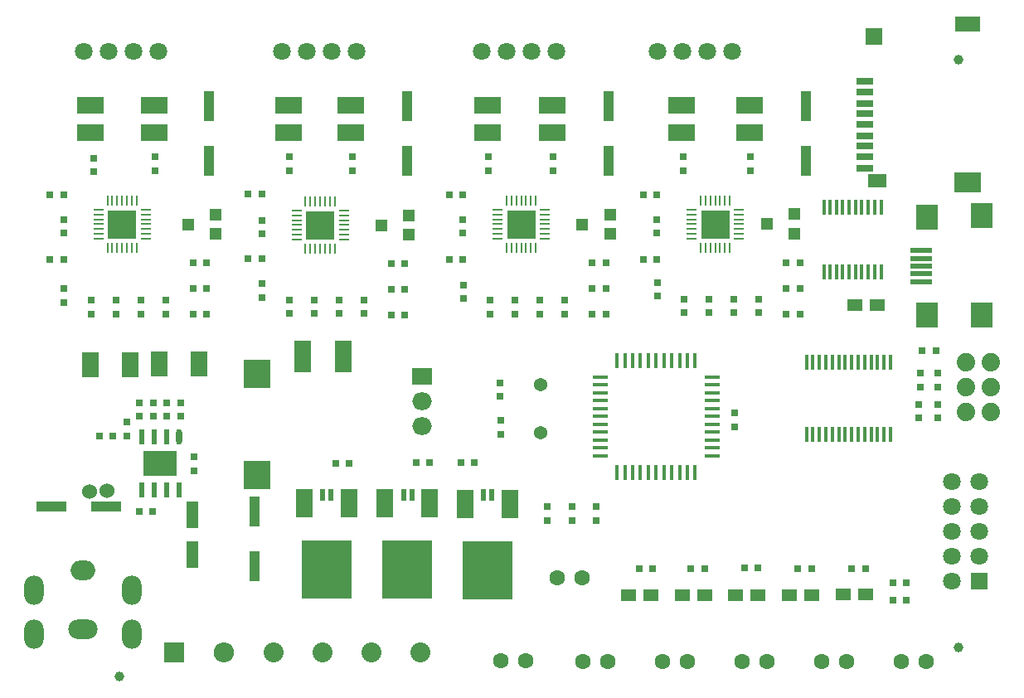
<source format=gbr>
G04 Layer_Color=255*
%FSLAX26Y26*%
%MOIN*%
%TF.FileFunction,Pads,Top*%
%TF.Part,Single*%
G01*
G75*
%TA.AperFunction,SMDPad,CuDef*%
%ADD19R,0.066929X0.098425*%
%TA.AperFunction,FiducialPad,Global*%
%ADD20C,0.039370*%
%TA.AperFunction,SMDPad,CuDef*%
%ADD21R,0.070866X0.125984*%
%ADD22R,0.102362X0.059055*%
%ADD23R,0.030000X0.030000*%
%ADD24R,0.040000X0.120000*%
%ADD25R,0.062000X0.018000*%
%ADD26R,0.018000X0.062000*%
%ADD27R,0.030000X0.030000*%
%ADD28R,0.060000X0.050000*%
%ADD29R,0.015000X0.064000*%
%TA.AperFunction,ConnectorPad*%
%ADD30R,0.090000X0.100000*%
%ADD31R,0.086000X0.020000*%
%ADD32R,0.106000X0.082000*%
%ADD33R,0.076000X0.052000*%
%ADD34R,0.068000X0.070000*%
%ADD35R,0.068000X0.026000*%
%TA.AperFunction,SMDPad,CuDef*%
%ADD36R,0.200000X0.236000*%
%ADD37R,0.068000X0.118000*%
%ADD38R,0.044000X0.011000*%
%ADD39R,0.011000X0.044000*%
%ADD40R,0.050000X0.050000*%
%ADD41R,0.108000X0.066000*%
%ADD42R,0.024000X0.050000*%
%ADD43R,0.015000X0.060000*%
%ADD44R,0.047244X0.110236*%
%ADD45R,0.120000X0.040000*%
%ADD46R,0.138189X0.103150*%
%ADD47O,0.024016X0.062992*%
%ADD48R,0.024016X0.062992*%
%ADD49R,0.110236X0.118110*%
%TA.AperFunction,ComponentPad*%
%ADD212R,0.078740X0.070866*%
%ADD213O,0.078740X0.070866*%
%ADD214C,0.062992*%
%ADD215C,0.070866*%
%TA.AperFunction,ViaPad*%
%ADD216C,0.080000*%
%TA.AperFunction,SMDPad,CuDef*%
%ADD217R,0.116000X0.116000*%
%TA.AperFunction,ComponentPad*%
%ADD218C,0.074000*%
%ADD219C,0.054000*%
%ADD220O,0.082000X0.080000*%
%ADD221R,0.082000X0.082000*%
%ADD222R,0.070866X0.070866*%
%TA.AperFunction,ViaPad*%
%ADD223C,0.060000*%
%ADD224C,0.039370*%
%ADD225O,0.078740X0.118110*%
%ADD226O,0.118110X0.078740*%
%ADD227O,0.098425X0.078740*%
D19*
X-3410000Y1345000D02*
D03*
X-3252520D02*
D03*
X-3529055Y1344842D02*
D03*
X-3686535D02*
D03*
D20*
X-3572835Y89843D02*
D03*
X-196850Y206693D02*
D03*
Y2568898D02*
D03*
D21*
X-2670000Y1375000D02*
D03*
X-2835354D02*
D03*
D22*
X-162535Y2714843D02*
D03*
D23*
X-3794448Y1594803D02*
D03*
Y1649803D02*
D03*
X-281535Y1309842D02*
D03*
Y1254842D02*
D03*
X-1099535Y1094842D02*
D03*
Y1149842D02*
D03*
X-351535Y1254842D02*
D03*
X-3429535Y2179843D02*
D03*
X-2634535D02*
D03*
X-2089535D02*
D03*
X-1829535D02*
D03*
X-1304535D02*
D03*
X-1034535D02*
D03*
X-2999535Y1614842D02*
D03*
X-2189535Y1609842D02*
D03*
X-1409448Y1619804D02*
D03*
X-1850535Y717842D02*
D03*
X-2042464Y1215914D02*
D03*
X-2039797Y1119438D02*
D03*
X-3795623Y1927881D02*
D03*
Y1872881D02*
D03*
X-2999535Y1924842D02*
D03*
Y1869842D02*
D03*
X-2190623Y1927881D02*
D03*
Y1872881D02*
D03*
X-1410623Y1927881D02*
D03*
Y1872881D02*
D03*
X-351535Y1309842D02*
D03*
X-3485623Y1602881D02*
D03*
X-2889535Y1604842D02*
D03*
X-2789535D02*
D03*
X-2689535D02*
D03*
X-2080623Y1602881D02*
D03*
X-1980623D02*
D03*
X-1880623D02*
D03*
X-1300623Y1607881D02*
D03*
X-1200623D02*
D03*
X-2999535Y1669842D02*
D03*
X-2189535Y1664842D02*
D03*
X-1780623Y1602881D02*
D03*
X-1409448Y1674804D02*
D03*
X-1000623Y1607881D02*
D03*
X-2042464Y1270914D02*
D03*
X-2039797Y1064438D02*
D03*
X-1850535Y772842D02*
D03*
X-1780623Y1547881D02*
D03*
X-1000623Y1552881D02*
D03*
X-3485623Y1547881D02*
D03*
X-2889535Y1549842D02*
D03*
X-2789535D02*
D03*
X-2689535D02*
D03*
X-2080623Y1547881D02*
D03*
X-1980623D02*
D03*
X-1880623D02*
D03*
X-1300623Y1552881D02*
D03*
X-1200623D02*
D03*
X-3429535Y2124843D02*
D03*
X-2634535D02*
D03*
X-2089535D02*
D03*
X-1829535D02*
D03*
X-1304535D02*
D03*
X-1034535D02*
D03*
X-1100623Y1552881D02*
D03*
Y1607881D02*
D03*
X-2589535Y1604842D02*
D03*
Y1549842D02*
D03*
X-3385623Y1547881D02*
D03*
Y1602881D02*
D03*
X-2889535Y2124843D02*
D03*
Y2179843D02*
D03*
X-1750535Y772842D02*
D03*
Y717842D02*
D03*
X-1655535Y772842D02*
D03*
Y717842D02*
D03*
X-3674535Y2119843D02*
D03*
Y2174843D02*
D03*
X-281535Y1129842D02*
D03*
Y1184842D02*
D03*
X-356535D02*
D03*
Y1129842D02*
D03*
X-3685623Y1602881D02*
D03*
Y1547881D02*
D03*
X-3585623Y1602881D02*
D03*
Y1547881D02*
D03*
X-3271535Y971842D02*
D03*
Y916842D02*
D03*
X-3542535Y1057842D02*
D03*
Y1112842D02*
D03*
X-3490535Y1190842D02*
D03*
Y1135842D02*
D03*
X-3435535D02*
D03*
Y1190842D02*
D03*
X-3380535Y1135842D02*
D03*
Y1190842D02*
D03*
X-3325535D02*
D03*
Y1135842D02*
D03*
D24*
X-3029535Y754842D02*
D03*
Y534842D02*
D03*
X-2414535Y2164843D02*
D03*
Y2384843D02*
D03*
X-3210623Y2382881D02*
D03*
X-1604535Y2384843D02*
D03*
X-810623Y2382881D02*
D03*
X-3210623Y2162881D02*
D03*
X-1604535Y2164843D02*
D03*
X-810623Y2162881D02*
D03*
D25*
X-1639535Y1040842D02*
D03*
Y1009842D02*
D03*
X-1187535Y1229842D02*
D03*
Y1198842D02*
D03*
Y1292842D02*
D03*
X-1639535Y977842D02*
D03*
X-1187535Y1135842D02*
D03*
X-1639535D02*
D03*
Y1261842D02*
D03*
Y1292842D02*
D03*
Y1198841D02*
D03*
Y1103842D02*
D03*
Y1072841D02*
D03*
Y1229842D02*
D03*
X-1187535Y1103842D02*
D03*
Y1166842D02*
D03*
X-1639535Y1166841D02*
D03*
X-1187535Y1009842D02*
D03*
X-1187536Y1072843D02*
D03*
X-1187535Y1040842D02*
D03*
Y977842D02*
D03*
Y1261842D02*
D03*
D26*
X-1445535Y1360842D02*
D03*
X-1476535D02*
D03*
X-1319535D02*
D03*
X-1287535D02*
D03*
X-1256535D02*
D03*
X-1350535Y908842D02*
D03*
X-1319535D02*
D03*
X-1571535Y1360842D02*
D03*
Y908842D02*
D03*
X-1382535D02*
D03*
X-1413535Y1360843D02*
D03*
X-1539535Y908842D02*
D03*
X-1508535D02*
D03*
X-1350535Y1360842D02*
D03*
X-1413535Y908842D02*
D03*
X-1382535Y1360842D02*
D03*
X-1445535Y908842D02*
D03*
X-1287535Y908841D02*
D03*
X-1476535Y908842D02*
D03*
X-1256535D02*
D03*
X-1508536Y1360842D02*
D03*
X-1539535D02*
D03*
D27*
X-462535Y465842D02*
D03*
X-407535D02*
D03*
X-843535Y522842D02*
D03*
X-788535D02*
D03*
X-572535Y523842D02*
D03*
X-3220623Y1649881D02*
D03*
X-2424535Y1646842D02*
D03*
X-1615623Y1649881D02*
D03*
X-835623D02*
D03*
X-2702535Y946842D02*
D03*
X-2424535Y1544842D02*
D03*
X-1615623Y1547881D02*
D03*
X-3795623Y1767881D02*
D03*
X-2999535Y1769842D02*
D03*
X-2190623Y1767881D02*
D03*
X-1410623D02*
D03*
X-2424535Y1748842D02*
D03*
X-1615623Y1751881D02*
D03*
X-2479535Y1544842D02*
D03*
X-1670623Y1547881D02*
D03*
X-2647535Y946842D02*
D03*
X-3275623Y1649881D02*
D03*
X-2479535Y1646842D02*
D03*
X-1670623Y1649881D02*
D03*
X-890623D02*
D03*
X-1482535Y523842D02*
D03*
X-2245623Y2027881D02*
D03*
X-1273535Y521842D02*
D03*
X-1465623Y2027881D02*
D03*
X-1058535Y527842D02*
D03*
X-627535Y523842D02*
D03*
X-2479535Y1748842D02*
D03*
X-1670623Y1751881D02*
D03*
X-890623D02*
D03*
X-3850623Y1767881D02*
D03*
X-3054535Y1769842D02*
D03*
X-2245623Y1767881D02*
D03*
X-1465623D02*
D03*
X-1427535Y523842D02*
D03*
X-1410623Y2027881D02*
D03*
X-1218535Y521842D02*
D03*
X-1003535Y527842D02*
D03*
X-2190623Y2027881D02*
D03*
X-835623Y1751881D02*
D03*
X-3275623Y1547881D02*
D03*
X-3220623D02*
D03*
X-2999535Y2029842D02*
D03*
X-3054535D02*
D03*
X-3795623Y2027881D02*
D03*
X-3850623D02*
D03*
X-890623Y1547881D02*
D03*
X-835623D02*
D03*
X-2324535Y949842D02*
D03*
X-2379535D02*
D03*
X-3220623Y1751881D02*
D03*
X-3275623D02*
D03*
X-2199535Y949842D02*
D03*
X-2144535D02*
D03*
X-344535Y1399842D02*
D03*
X-289535D02*
D03*
X-462535Y395842D02*
D03*
X-407535D02*
D03*
X-3436535Y754842D02*
D03*
X-3491535D02*
D03*
X-3597535Y1057842D02*
D03*
X-3652535D02*
D03*
D28*
X-614535Y1584842D02*
D03*
X-524535D02*
D03*
X-662535Y418842D02*
D03*
X-572535D02*
D03*
X-878535Y417842D02*
D03*
X-788535D02*
D03*
X-1523535D02*
D03*
X-1308535Y416842D02*
D03*
X-1433535Y417842D02*
D03*
X-1218535Y416842D02*
D03*
X-1003535Y417842D02*
D03*
X-1093535D02*
D03*
D29*
X-739535Y1718094D02*
D03*
X-586535D02*
D03*
X-637535D02*
D03*
X-612535D02*
D03*
X-663535D02*
D03*
X-714535D02*
D03*
X-688535D02*
D03*
X-560535D02*
D03*
X-508535Y1977591D02*
D03*
X-534535D02*
D03*
X-560535D02*
D03*
X-586535D02*
D03*
X-612535D02*
D03*
X-637535D02*
D03*
X-663535D02*
D03*
X-688535D02*
D03*
X-714535Y1977591D02*
D03*
X-739535D02*
D03*
X-508535Y1718094D02*
D03*
X-534535Y1718094D02*
D03*
D30*
X-105535Y1941842D02*
D03*
X-325535Y1541842D02*
D03*
X-105535D02*
D03*
X-325535Y1935842D02*
D03*
D31*
X-348535Y1770842D02*
D03*
Y1801842D02*
D03*
Y1739842D02*
D03*
Y1708842D02*
D03*
Y1677842D02*
D03*
D32*
X-161535Y2076843D02*
D03*
D33*
X-524535Y2082843D02*
D03*
D34*
X-536535Y2663843D02*
D03*
D35*
X-575535Y2134843D02*
D03*
Y2178843D02*
D03*
Y2481843D02*
D03*
Y2264843D02*
D03*
Y2221843D02*
D03*
Y2394843D02*
D03*
Y2308843D02*
D03*
Y2438843D02*
D03*
Y2351843D02*
D03*
D36*
X-2737535Y519842D02*
D03*
X-2414535Y518842D02*
D03*
X-2092535Y517842D02*
D03*
D37*
X-2647535Y786842D02*
D03*
X-2827535D02*
D03*
X-2324535Y785842D02*
D03*
X-2504535D02*
D03*
X-2002535Y784842D02*
D03*
X-2182535D02*
D03*
D38*
X-1080623Y1967881D02*
D03*
Y1927881D02*
D03*
Y1868881D02*
D03*
X-3465623Y1908881D02*
D03*
Y1947881D02*
D03*
X-3655623Y1927881D02*
D03*
Y1849881D02*
D03*
X-2669535Y1905842D02*
D03*
Y1944842D02*
D03*
X-2859535Y1924842D02*
D03*
Y1846842D02*
D03*
X-1860623Y1908881D02*
D03*
Y1947881D02*
D03*
X-2050623Y1927881D02*
D03*
Y1849881D02*
D03*
X-1080623Y1908881D02*
D03*
Y1947881D02*
D03*
X-1270623Y1927881D02*
D03*
Y1849881D02*
D03*
X-3655623Y1908881D02*
D03*
Y1888881D02*
D03*
X-2859535Y1905842D02*
D03*
Y1885842D02*
D03*
X-2050623Y1908881D02*
D03*
Y1888881D02*
D03*
X-1270623Y1908881D02*
D03*
Y1888881D02*
D03*
X-3655623Y1868881D02*
D03*
X-2859535Y1865842D02*
D03*
X-2050623Y1868881D02*
D03*
X-1270623D02*
D03*
X-3655623Y1967881D02*
D03*
X-3465623Y1888881D02*
D03*
X-2859535Y1964842D02*
D03*
X-2669535Y1885842D02*
D03*
X-2050623Y1967881D02*
D03*
X-1860623Y1888881D02*
D03*
X-1270623Y1967881D02*
D03*
X-1080623Y1888881D02*
D03*
X-3465623Y1967881D02*
D03*
X-2669535Y1964842D02*
D03*
X-1860623Y1967881D02*
D03*
X-3465623Y1849881D02*
D03*
X-2669535Y1846842D02*
D03*
X-1860623Y1849881D02*
D03*
X-1080623D02*
D03*
X-3465623Y1927881D02*
D03*
Y1868881D02*
D03*
X-3655623Y1947881D02*
D03*
X-2859535Y1944842D02*
D03*
X-1270623Y1947881D02*
D03*
X-2669535Y1924842D02*
D03*
Y1865842D02*
D03*
X-1860623Y1927881D02*
D03*
Y1868881D02*
D03*
X-2050623Y1947881D02*
D03*
D39*
X-1156623Y2002881D02*
D03*
X-3560623D02*
D03*
X-2764535Y1999842D02*
D03*
X-1955623Y2002881D02*
D03*
X-1175623D02*
D03*
X-3600623Y1813881D02*
D03*
X-3580623D02*
D03*
X-3560623D02*
D03*
X-2804535Y1810842D02*
D03*
X-2784535D02*
D03*
X-2764535D02*
D03*
X-1995623Y1813881D02*
D03*
X-1975623D02*
D03*
X-1955623D02*
D03*
X-1215623D02*
D03*
X-1195623D02*
D03*
X-1175623D02*
D03*
X-3619623D02*
D03*
X-3541623D02*
D03*
X-3501623D02*
D03*
X-3521623D02*
D03*
Y2002881D02*
D03*
X-3580623D02*
D03*
X-3600623D02*
D03*
X-2823535Y1810842D02*
D03*
X-2745535D02*
D03*
X-2705535D02*
D03*
X-2725535D02*
D03*
Y1999842D02*
D03*
X-2784535D02*
D03*
X-2804535D02*
D03*
X-2014623Y1813881D02*
D03*
X-1936623D02*
D03*
X-1896623D02*
D03*
X-1916623D02*
D03*
Y2002881D02*
D03*
X-1975623D02*
D03*
X-1995623D02*
D03*
X-1234623Y1813881D02*
D03*
X-1156623D02*
D03*
X-1116623D02*
D03*
X-1136623D02*
D03*
Y2002881D02*
D03*
X-1195623D02*
D03*
X-1215623D02*
D03*
X-3541623D02*
D03*
X-2745535Y1999842D02*
D03*
X-1936623Y2002881D02*
D03*
X-3501623D02*
D03*
X-3619623D02*
D03*
X-2705535Y1999842D02*
D03*
X-2823535D02*
D03*
X-1896623Y2002881D02*
D03*
X-2014623D02*
D03*
X-1116623D02*
D03*
X-1234623D02*
D03*
D40*
X-3295623Y1907881D02*
D03*
X-2519535Y1904842D02*
D03*
X-3184623Y1868881D02*
D03*
X-2408535Y1865842D02*
D03*
Y1943842D02*
D03*
X-3184623Y1946881D02*
D03*
X-969535Y1909842D02*
D03*
X-858535Y1870842D02*
D03*
Y1948842D02*
D03*
X-1599623Y1946881D02*
D03*
Y1868881D02*
D03*
X-1710623Y1907881D02*
D03*
D41*
X-3431535Y2385843D02*
D03*
X-2641535D02*
D03*
X-1831535D02*
D03*
X-1311535D02*
D03*
X-1036535D02*
D03*
X-3431535Y2275843D02*
D03*
X-2641535D02*
D03*
X-1831535D02*
D03*
X-1036535D02*
D03*
X-1311535D02*
D03*
X-3686535D02*
D03*
Y2385843D02*
D03*
X-2891535Y2275843D02*
D03*
Y2385843D02*
D03*
X-2091535Y2275843D02*
D03*
Y2385843D02*
D03*
D42*
X-2720535Y820842D02*
D03*
X-2754535D02*
D03*
X-2395535D02*
D03*
X-2429535D02*
D03*
X-2107535Y819842D02*
D03*
X-2073535D02*
D03*
D43*
X-523535Y1351842D02*
D03*
X-731535Y1064842D02*
D03*
X-601535Y1351842D02*
D03*
X-471535D02*
D03*
X-497535D02*
D03*
X-653535Y1064842D02*
D03*
X-757535Y1351842D02*
D03*
X-731535D02*
D03*
X-627535D02*
D03*
X-549535D02*
D03*
X-783535Y1064842D02*
D03*
X-705535D02*
D03*
X-809535D02*
D03*
X-575535Y1351842D02*
D03*
X-653535D02*
D03*
X-679535D02*
D03*
X-705535D02*
D03*
X-783535D02*
D03*
X-809535D02*
D03*
X-471535Y1064842D02*
D03*
X-497535D02*
D03*
X-523535D02*
D03*
X-549535D02*
D03*
X-575535D02*
D03*
X-601535D02*
D03*
X-627535D02*
D03*
X-679535D02*
D03*
X-757535D02*
D03*
D44*
X-3276535Y738583D02*
D03*
Y581102D02*
D03*
D45*
X-3844535Y774842D02*
D03*
X-3624535D02*
D03*
D46*
X-3406535Y946842D02*
D03*
D47*
X-3331535Y1053142D02*
D03*
D48*
X-3381535D02*
D03*
X-3431535D02*
D03*
X-3481535D02*
D03*
Y840543D02*
D03*
X-3431535D02*
D03*
X-3381535D02*
D03*
X-3331535D02*
D03*
D49*
X-3016535Y1304961D02*
D03*
Y899842D02*
D03*
D212*
X-2355000Y1295000D02*
D03*
D213*
Y1195000D02*
D03*
Y1095000D02*
D03*
D214*
X-1607535Y150843D02*
D03*
X-1707535D02*
D03*
X-1287535D02*
D03*
X-1387535D02*
D03*
X-967535D02*
D03*
X-1067535D02*
D03*
X-747535D02*
D03*
X-647535D02*
D03*
X-327535D02*
D03*
X-427535D02*
D03*
X-2036535Y151843D02*
D03*
X-1936535D02*
D03*
X-1710535Y486842D02*
D03*
X-1810535D02*
D03*
D215*
X-1307488Y2604843D02*
D03*
X-1407488D02*
D03*
X-1207488D02*
D03*
X-1107488D02*
D03*
X-1814535D02*
D03*
X-1914535D02*
D03*
X-2114535D02*
D03*
X-2014535D02*
D03*
X-2619535D02*
D03*
X-2719535D02*
D03*
X-2919535D02*
D03*
X-2819535D02*
D03*
X-3414535D02*
D03*
X-3514535D02*
D03*
X-3714535D02*
D03*
X-3614535D02*
D03*
X-224772Y874842D02*
D03*
X-114535D02*
D03*
X-224772Y774842D02*
D03*
X-114535D02*
D03*
X-224772Y674842D02*
D03*
X-114535D02*
D03*
X-224772Y574842D02*
D03*
X-114535D02*
D03*
X-224772Y474842D02*
D03*
D216*
X-2360985Y186843D02*
D03*
X-2557835D02*
D03*
X-2951535D02*
D03*
X-2754685D02*
D03*
D217*
X-3560622Y1907881D02*
D03*
X-2764535Y1904842D02*
D03*
X-1955622Y1907881D02*
D03*
X-1175622D02*
D03*
D218*
X-69535Y1154842D02*
D03*
X-169535Y1354842D02*
D03*
X-69535Y1254842D02*
D03*
X-169535Y1154842D02*
D03*
Y1254842D02*
D03*
X-69535Y1354842D02*
D03*
D219*
X-1878121Y1071510D02*
D03*
X-1879535Y1263842D02*
D03*
D220*
X-3151535Y186843D02*
D03*
D221*
X-3351535D02*
D03*
D222*
X-114535Y474842D02*
D03*
D223*
X-3692535Y834842D02*
D03*
X-3621535Y835842D02*
D03*
D224*
X-3520386Y277937D02*
D03*
Y275937D02*
D03*
Y273937D02*
D03*
Y271937D02*
D03*
Y269937D02*
D03*
Y267937D02*
D03*
D03*
Y265937D02*
D03*
Y263937D02*
D03*
Y261937D02*
D03*
Y259937D02*
D03*
Y257937D02*
D03*
Y261937D02*
D03*
Y259937D02*
D03*
Y257937D02*
D03*
Y255937D02*
D03*
Y253937D02*
D03*
Y251937D02*
D03*
D03*
Y249937D02*
D03*
Y247937D02*
D03*
Y245937D02*
D03*
Y243937D02*
D03*
Y241937D02*
D03*
Y455102D02*
D03*
Y453102D02*
D03*
Y451102D02*
D03*
Y449102D02*
D03*
Y447102D02*
D03*
Y445102D02*
D03*
D03*
Y443102D02*
D03*
Y441102D02*
D03*
Y439102D02*
D03*
Y437102D02*
D03*
Y435102D02*
D03*
Y439102D02*
D03*
Y437102D02*
D03*
Y435102D02*
D03*
Y433102D02*
D03*
Y431102D02*
D03*
Y429102D02*
D03*
D03*
Y427102D02*
D03*
Y425102D02*
D03*
Y423102D02*
D03*
Y421102D02*
D03*
Y419102D02*
D03*
X-3737630Y279992D02*
D03*
X-3735630D02*
D03*
X-3733630D02*
D03*
X-3731630D02*
D03*
X-3729630D02*
D03*
X-3727630D02*
D03*
D03*
X-3725630D02*
D03*
X-3723630D02*
D03*
X-3721630D02*
D03*
X-3719630D02*
D03*
X-3717630D02*
D03*
X-3721630D02*
D03*
X-3719630D02*
D03*
X-3717630D02*
D03*
X-3715630D02*
D03*
X-3713630D02*
D03*
X-3711630D02*
D03*
D03*
X-3709630D02*
D03*
X-3707630D02*
D03*
X-3705630D02*
D03*
X-3703630D02*
D03*
X-3701630D02*
D03*
X-3914087Y241937D02*
D03*
Y243937D02*
D03*
Y245937D02*
D03*
Y247937D02*
D03*
Y249937D02*
D03*
Y251937D02*
D03*
D03*
Y253937D02*
D03*
Y255937D02*
D03*
Y257937D02*
D03*
Y259937D02*
D03*
Y261937D02*
D03*
Y257937D02*
D03*
Y259937D02*
D03*
Y261937D02*
D03*
Y263937D02*
D03*
Y265937D02*
D03*
Y267937D02*
D03*
D03*
Y269937D02*
D03*
Y271937D02*
D03*
Y273937D02*
D03*
Y275937D02*
D03*
Y277937D02*
D03*
Y419102D02*
D03*
Y421102D02*
D03*
Y423102D02*
D03*
Y425102D02*
D03*
Y427102D02*
D03*
Y429102D02*
D03*
D03*
Y431102D02*
D03*
Y433102D02*
D03*
Y435102D02*
D03*
Y437102D02*
D03*
Y439102D02*
D03*
Y435102D02*
D03*
Y437102D02*
D03*
Y439102D02*
D03*
Y441102D02*
D03*
Y443102D02*
D03*
Y445102D02*
D03*
D03*
Y447102D02*
D03*
Y449102D02*
D03*
Y451102D02*
D03*
Y453102D02*
D03*
Y455102D02*
D03*
D225*
X-3520386Y259937D02*
D03*
Y437102D02*
D03*
X-3914087Y259937D02*
D03*
Y437102D02*
D03*
D226*
X-3719630Y279992D02*
D03*
D227*
X-3716685Y515968D02*
D03*
%TF.MD5,1be02d7f20d026adaf369f23f2d57cc1*%
M02*

</source>
